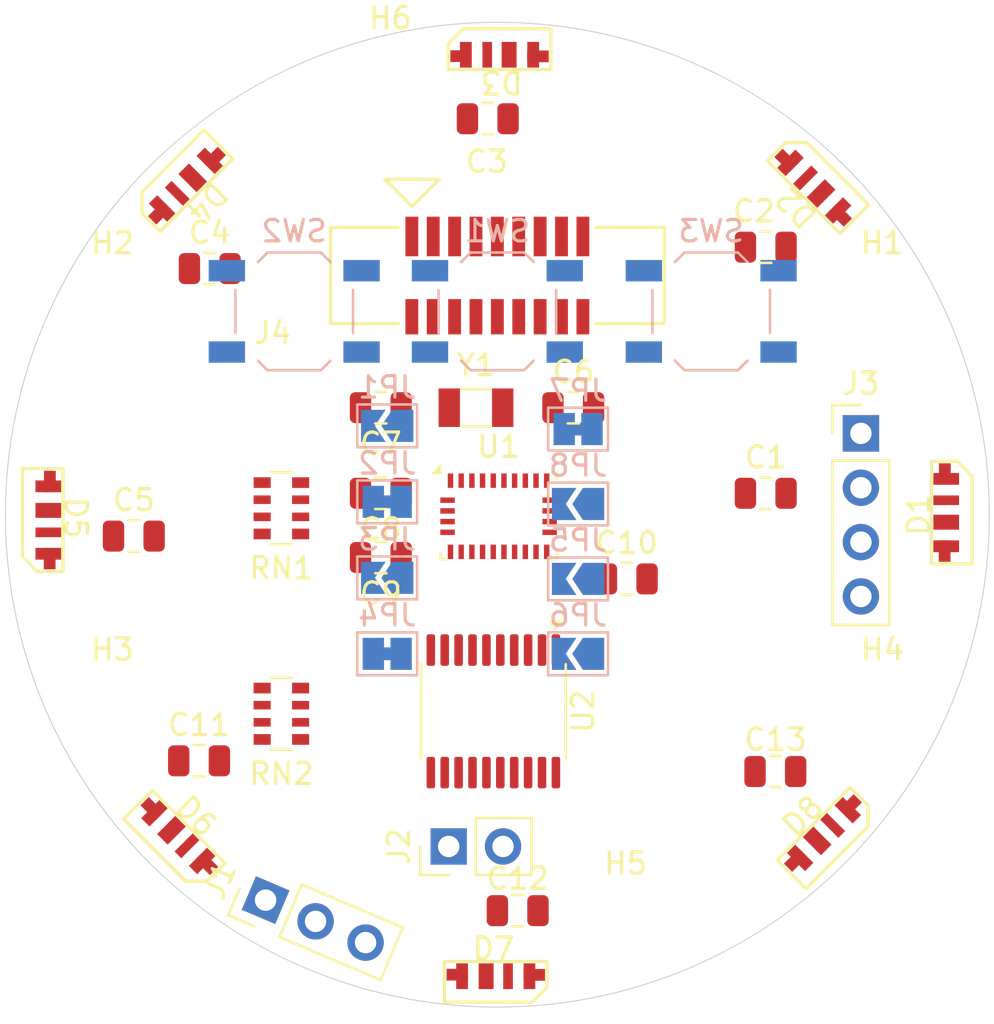
<source format=kicad_pcb>
(kicad_pcb (version 20240108) (generator "pcbnew") (generator_version "8.0")
  (layers (0 "F.Cu" signal) (31 "B.Cu" signal) (34 "B.Paste" user) (35 "F.Paste" user) (36 "B.SilkS" user "B.Silkscreen") (37 "F.SilkS" user "F.Silkscreen") (38 "B.Mask" user) (39 "F.Mask" user) (44 "Edge.Cuts" user))
  (net 0 "")
  (net 1 "VSS")
  (net 2 "Net-(U1-XOUT32{slash}CLKSEL1)")
  (net 3 "Net-(U1-XIN32)")
  (net 4 "VCC")
  (net 5 "Net-(U1-CAP)")
  (net 6 "Net-(D1-DOUT)")
  (net 7 "Net-(D2-DOUT)")
  (net 8 "PC6")
  (net 9 "Net-(D5-DOUT)")
  (net 10 "Net-(D6-DOUT)")
  (net 11 "Net-(D7-DOUT)")
  (net 12 "SWIO")
  (net 13 "PC3")
  (net 14 "PC4")
  (net 15 "SDA")
  (net 16 "SCL")
  (net 17 "Net-(J3-Pin_3)")
  (net 18 "Net-(J3-Pin_4)")
  (net 19 "CLK")
  (net 20 "MISO")
  (net 21 "ClkSel")
  (net 22 "Env_SCL")
  (net 23 "Env_SDA")
  (net 24 "Boot85")
  (net 25 "PS1")
  (net 28 "PD5")
  (net 29 "PD6")
  (net 30 "PD7")
  (net 37 "CS")
  (net 38 "NRST")
  (net 40 "IntN")
  (net 42 "MOSI")
  (net 44 "PS0")
  (net 49 "Net-(D3-DOUT)")
  (net 50 "Net-(D4-DOUT)")
  (footprint "Capacitor_SMD:C_0805_2012Metric" (layer "F.Cu") (at 150.55 93)
    (property "Reference" "C1" (at 0 -1.68 360) (layer "F.SilkS"))
    (property "Value" "100nF")
    (fp_line (start -0.261252 -0.735) (end 0.261252 -0.735) (stroke (width 0.12)) (layer "F.SilkS"))
    (fp_line (start -0.261252 0.735) (end 0.261252 0.735) (stroke (width 0.12)) (layer "F.SilkS"))
    (pad "1" smd roundrect (at -0.95 0) (size 1 1.45) (layers "F.Cu" "F.Paste" "F.Mask") (net 1 "VSS"))
    (pad "2" smd roundrect (at 0.95 0) (size 1 1.45) (layers "F.Cu" "F.Paste" "F.Mask") (net 4 "VCC"))
  )
  (footprint "MountingHole:MountingHole_2.2mm_M2" (layer "F.Cu") (at 133 74)
    (property "Reference" "H6" (at 0 -3.2 0) (layer "F.SilkS"))
    (property "Value" "MountingHole")
    (pad "" np_thru_hole circle (at 0 0) (size 2.2 2.2) (drill 2.2) (layers "*.Cu" "*.Mask"))
  )
  (footprint "Capacitor_SMD:C_0805_2012Metric" (layer "F.Cu") (at 137.55 75.5)
    (property "Reference" "C3" (at -0.05 2 0) (layer "F.SilkS"))
    (property "Value" "100nF")
    (fp_line (start -0.261252 -0.735) (end 0.261252 -0.735) (stroke (width 0.12)) (layer "F.SilkS"))
    (fp_line (start -0.261252 0.735) (end 0.261252 0.735) (stroke (width 0.12)) (layer "F.SilkS"))
    (pad "1" smd roundrect (at -0.95 0) (size 1 1.45) (layers "F.Cu" "F.Paste" "F.Mask") (net 1 "VSS"))
    (pad "2" smd roundrect (at 0.95 0) (size 1 1.45) (layers "F.Cu" "F.Paste" "F.Mask") (net 4 "VCC"))
  )
  (footprint "UL_LED:SK6812SIDE-A-RVS" (layer "F.Cu") (at 138.2 72.5 180)
    (property "Reference" "D3" (at 0 -1.3 180) (layer "F.SilkS"))
    (property "Value" "WS2812B")
    (fp_line (start 2.5 0.5) (end 1.8 1.2) (stroke (width 0.15)) (layer "F.SilkS"))
    (fp_line (start 2.5 -0.7) (end 2.5 0.5) (stroke (width 0.15)) (layer "F.SilkS"))
    (fp_line (start 1.8 1.2) (end -2.3 1.2) (stroke (width 0.15)) (layer "F.SilkS"))
    (fp_line (start -2.3 1.2) (end -2.3 -0.7) (stroke (width 0.15)) (layer "F.SilkS"))
    (fp_line (start -2.3 -0.7) (end 2.5 -0.7) (stroke (width 0.15)) (layer "F.SilkS"))
    (pad "1" smd rect (at -1.7 -0.085 180) (size 1 0.55) (layers "F.Cu" "F.Paste" "F.Mask") (net 11 "Net-(D7-DOUT)"))
    (pad "1" smd rect (at -1.475 -0.01 180) (size 0.55 1.2) (layers "F.Cu" "F.Paste" "F.Mask") (net 11 "Net-(D7-DOUT)"))
    (pad "2" smd rect (at -0.35 -0.01 180) (size 0.7 1.2) (layers "F.Cu" "F.Paste" "F.Mask") (net 4 "VCC"))
    (pad "3" smd rect (at 0.675 -0.01 180) (size 0.45 1.2) (layers "F.Cu" "F.Paste" "F.Mask"))
    (pad "4" smd rect (at 1.675 -0.01 180) (size 0.55 1.2) (layers "F.Cu" "F.Paste" "F.Mask") (net 1 "VSS"))
    (pad "4" smd rect (at 1.9 -0.075 180) (size 1 0.55) (layers "F.Cu" "F.Paste" "F.Mask") (net 1 "VSS"))
  )
  (footprint "Capacitor_SMD:C_0805_2012Metric" (layer "F.Cu") (at 132.55 93 180)
    (property "Reference" "C8" (at 0 -1.68 180) (layer "F.SilkS"))
    (property "Value" "100nF")
    (fp_line (start -0.261252 0.735) (end 0.261252 0.735) (stroke (width 0.12)) (layer "F.SilkS"))
    (fp_line (start -0.261252 -0.735) (end 0.261252 -0.735) (stroke (width 0.12)) (layer "F.SilkS"))
    (pad "1" smd roundrect (at -0.95 0 180) (size 1 1.45) (layers "F.Cu" "F.Paste" "F.Mask") (net 4 "VCC"))
    (pad "2" smd roundrect (at 0.95 0 180) (size 1 1.45) (layers "F.Cu" "F.Paste" "F.Mask") (net 1 "VSS"))
  )
  (footprint "UL_LED:SK6812SIDE-A-RVS" (layer "F.Cu") (at 153.20953 109 45)
    (property "Reference" "D8" (at 0 -1.3 45) (layer "F.SilkS"))
    (property "Value" "WS2812B")
    (fp_line (start -2.3 -0.7) (end 2.5 -0.7) (stroke (width 0.15)) (layer "F.SilkS"))
    (fp_line (start -2.3 1.200001) (end -2.3 -0.7) (stroke (width 0.15)) (layer "F.SilkS"))
    (fp_line (start 2.5 -0.7) (end 2.5 0.499999) (stroke (width 0.15)) (layer "F.SilkS"))
    (fp_line (start 2.5 0.499999) (end 1.8 1.2) (stroke (width 0.15)) (layer "F.SilkS"))
    (fp_line (start 1.8 1.2) (end -2.3 1.200001) (stroke (width 0.15)) (layer "F.SilkS"))
    (pad "1" smd rect (at -1.7 -0.085001 45) (size 1 0.55) (layers "F.Cu" "F.Paste" "F.Mask") (net 50 "Net-(D4-DOUT)"))
    (pad "1" smd rect (at -1.475 -0.010001 45) (size 0.55 1.2) (layers "F.Cu" "F.Paste" "F.Mask") (net 50 "Net-(D4-DOUT)"))
    (pad "2" smd rect (at -0.349999 -0.01 45) (size 0.7 1.2) (layers "F.Cu" "F.Paste" "F.Mask") (net 4 "VCC"))
    (pad "3" smd rect (at 0.675 -0.01 45) (size 0.45 1.2) (layers "F.Cu" "F.Paste" "F.Mask") (net 9 "Net-(D5-DOUT)"))
    (pad "4" smd rect (at 1.675 -0.01 45) (size 0.55 1.2) (layers "F.Cu" "F.Paste" "F.Mask") (net 1 "VSS"))
    (pad "4" smd rect (at 1.9 -0.075 45) (size 1 0.55) (layers "F.Cu" "F.Paste" "F.Mask") (net 1 "VSS"))
  )
  (footprint "MountingHole:MountingHole_2.2mm_M2" (layer "F.Cu") (at 144 113.5)
    (property "Reference" "H5" (at 0 -3.2 0) (layer "F.SilkS"))
    (property "Value" "MountingHole")
    (pad "" np_thru_hole circle (at 0 0) (size 2.2 2.2) (drill 2.2) (layers "*.Cu" "*.Mask"))
  )
  (footprint "UL_LED:SK6812SIDE-A-RVS" (layer "F.Cu") (at 116.99 94.15 -90)
    (property "Reference" "D5" (at 0 -1.3 -90) (layer "F.SilkS"))
    (property "Value" "WS2812B")
    (fp_line (start -2.3 1.2) (end -2.3 -0.7) (stroke (width 0.15)) (layer "F.SilkS"))
    (fp_line (start 1.8 1.2) (end -2.3 1.2) (stroke (width 0.15)) (layer "F.SilkS"))
    (fp_line (start 2.5 0.5) (end 1.8 1.2) (stroke (width 0.15)) (layer "F.SilkS"))
    (fp_line (start -2.3 -0.7) (end 2.5 -0.7) (stroke (width 0.15)) (layer "F.SilkS"))
    (fp_line (start 2.5 -0.7) (end 2.5 0.5) (stroke (width 0.15)) (layer "F.SilkS"))
    (pad "1" smd rect (at -1.7 -0.085 270) (size 1 0.55) (layers "F.Cu" "F.Paste" "F.Mask") (net 6 "Net-(D1-DOUT)"))
    (pad "1" smd rect (at -1.475 -0.01 270) (size 0.55 1.2) (layers "F.Cu" "F.Paste" "F.Mask") (net 6 "Net-(D1-DOUT)"))
    (pad "2" smd rect (at -0.35 -0.01 270) (size 0.7 1.2) (layers "F.Cu" "F.Paste" "F.Mask") (net 4 "VCC"))
    (pad "3" smd rect (at 0.675 -0.01 270) (size 0.45 1.2) (layers "F.Cu" "F.Paste" "F.Mask") (net 7 "Net-(D2-DOUT)"))
    (pad "4" smd rect (at 1.675 -0.01 270) (size 0.55 1.2) (layers "F.Cu" "F.Paste" "F.Mask") (net 1 "VSS"))
    (pad "4" smd rect (at 1.9 -0.075 270) (size 1 0.55) (layers "F.Cu" "F.Paste" "F.Mask") (net 1 "VSS"))
  )
  (footprint "UL_LED:SK6812SIDE-A-RVS" (layer "F.Cu") (at 152.896536 78.737814 135)
    (property "Reference" "D2" (at 0 -1.3 135) (layer "F.SilkS"))
    (property "Value" "WS2812B")
    (fp_line (start 2.5 -0.7) (end 2.5 0.499999) (stroke (width 0.15)) (layer "F.SilkS"))
    (fp_line (start 2.5 0.499999) (end 1.8 1.2) (stroke (width 0.15)) (layer "F.SilkS"))
    (fp_line (start 1.8 1.2) (end -2.3 1.200001) (stroke (width 0.15)) (layer "F.SilkS"))
    (fp_line (start -2.3 -0.7) (end 2.5 -0.7) (stroke (width 0.15)) (layer "F.SilkS"))
    (fp_line (start -2.3 1.200001) (end -2.3 -0.7) (stroke (width 0.15)) (layer "F.SilkS"))
    (pad "1" smd rect (at -1.7 -0.085001 135) (size 1 0.55) (layers "F.Cu" "F.Paste" "F.Mask") (net 10 "Net-(D6-DOUT)"))
    (pad "1" smd rect (at -1.475 -0.010001 135) (size 0.55 1.2) (layers "F.Cu" "F.Paste" "F.Mask") (net 10 "Net-(D6-DOUT)"))
    (pad "2" smd rect (at -0.349999 -0.01 135) (size 0.7 1.2) (layers "F.Cu" "F.Paste" "F.Mask") (net 4 "VCC"))
    (pad "3" smd rect (at 0.675 -0.01 135) (size 0.45 1.2) (layers "F.Cu" "F.Paste" "F.Mask") (net 11 "Net-(D7-DOUT)"))
    (pad "4" smd rect (at 1.675 -0.01 135) (size 0.55 1.2) (layers "F.Cu" "F.Paste" "F.Mask") (net 1 "VSS"))
    (pad "4" smd rect (at 1.9 -0.075 135) (size 1 0.55) (layers "F.Cu" "F.Paste" "F.Mask") (net 1 "VSS"))
  )
  (footprint "GaussMouse:CON_526100933_MOL" (layer "F.Cu") (at 137.999984 82.825)
    (property "Reference" "J4" (at -10.499984 2.675 0) (layer "F.SilkS"))
    (property "Value" "Conn_01x09" (hide yes))
    (fp_line (start -7.799984 -2.250001) (end -4.620025 -2.250001) (stroke (width 0.1524)) (layer "F.SilkS"))
    (fp_line (start -7.799984 2.250001) (end -7.799984 -2.250001) (stroke (width 0.1524)) (layer "F.SilkS"))
    (fp_line (start -7.799984 2.250001) (end -4.620025 2.250001) (stroke (width 0.1524)) (layer "F.SilkS"))
    (fp_line (start -3.989984 -3.230001) (end -5.259984 -4.500001) (stroke (width 0.1524)) (layer "F.SilkS"))
    (fp_line (start -3.989984 -3.230001) (end -2.719984 -4.500001) (stroke (width 0.1524)) (layer "F.SilkS"))
    (fp_line (start -2.719984 -4.500001) (end -5.259984 -4.500001) (stroke (width 0.1524)) (layer "F.SilkS"))
    (fp_line (start 4.620056 -2.250001) (end 7.799984 -2.250001) (stroke (width 0.1524)) (layer "F.SilkS"))
    (fp_line (start 4.620056 2.250001) (end 7.799984 2.250001) (stroke (width 0.1524)) (layer "F.SilkS"))
    (fp_line (start 7.799984 -2.250001) (end 7.799984 2.250001) (stroke (width 0.1524)) (layer "F.SilkS"))
    (pad "1A" smd rect (at -3.999985 -1.825) (size 0.6 1.85) (layers "F.Cu" "F.Paste" "F.Mask"))
    (pad "1B" smd rect (at -3.999985 1.925) (size 0.6 1.65) (layers "F.Cu" "F.Paste" "F.Mask"))
    (pad "2A" smd rect (at -2.999984 -1.825) (size 0.6 1.85) (layers "F.Cu" "F.Paste" "F.Mask"))
    (pad "2B" smd rect (at -2.999984 1.925) (size 0.6 1.65) (layers "F.Cu" "F.Paste" "F.Mask"))
    (pad "3A" smd rect (at -1.999984 -1.825) (size 0.6 1.85) (layers "F.Cu" "F.Paste" "F.Mask"))
    (pad "3B" smd rect (at -1.999984 1.925) (size 0.6 1.65) (layers "F.Cu" "F.Paste" "F.Mask"))
    (pad "4A" smd rect (at -0.999984 -1.825) (size 0.6 1.85) (layers "F.Cu" "F.Paste" "F.Mask"))
    (pad "4B" smd rect (at -0.999984 1.925) (size 0.6 1.65) (layers "F.Cu" "F.Paste" "F.Mask"))
    (pad "5A" smd rect (at 0 -1.825) (size 0.6 1.85) (layers "F.Cu" "F.Paste" "F.Mask"))
    (pad "5B" smd rect (at 0 1.925) (size 0.6 1.65) (layers "F.Cu" "F.Paste" "F.Mask"))
    (pad "6A" smd rect (at 1.000016 -1.825) (size 0.6 1.85) (layers "F.Cu" "F.Paste" "F.Mask"))
    (pad "6B" smd rect (at 1.000016 1.925) (size 0.6 1.65) (layers "F.Cu" "F.Paste" "F.Mask"))
    (pad "7A" smd rect (at 2.000016 -1.825) (size 0.6 1.85) (layers "F.Cu" "F.Paste" "F.Mask"))
    (pad "7B" smd rect (at 2.000016 1.925) (size 0.6 1.65) (layers "F.Cu" "F.Paste" "F.Mask"))
    (pad "8A" smd rect (at 3.000016 -1.825) (size 0.6 1.85) (layers "F.Cu" "F.Paste" "F.Mask"))
    (pad "8B" smd rect (at 3.000016 1.925) (size 0.6 1.65) (layers "F.Cu" "F.Paste" "F.Mask"))
    (pad "9A" smd rect (at 4.000016 -1.825) (size 0.6 1.85) (layers "F.Cu" "F.Paste" "F.Mask"))
    (pad "9B" smd rect (at 4.000016 1.925) (size 0.6 1.65) (layers "F.Cu" "F.Paste" "F.Mask"))
  )
  (footprint "UL_LED:SK6812SIDE-A-RVS" (layer "F.Cu") (at 137.825 115.575)
    (property "Reference" "D7" (at 0 -1.3 0) (layer "F.SilkS"))
    (property "Value" "WS2812B")
    (fp_line (start -2.3 -0.7) (end 2.5 -0.7) (stroke (width 0.15)) (layer "F.SilkS"))
    (fp_line (start -2.3 1.2) (end -2.3 -0.7) (stroke (width 0.15)) (layer "F.SilkS"))
    (fp_line (start 1.8 1.2) (end -2.3 1.2) (stroke (width 0.15)) (layer "F.SilkS"))
    (fp_line (start 2.5 -0.7) (end 2.5 0.5) (stroke (width 0.15)) (layer "F.SilkS"))
    (fp_line (start 2.5 0.5) (end 1.8 1.2) (stroke (width 0.15)) (layer "F.SilkS"))
    (pad "1" smd rect (at -1.7 -0.085) (size 1 0.55) (layers "F.Cu" "F.Paste" "F.Mask") (net 49 "Net-(D3-DOUT)"))
    (pad "1" smd rect (at -1.475 -0.01) (size 0.55 1.2) (layers "F.Cu" "F.Paste" "F.Mask") (net 49 "Net-(D3-DOUT)"))
    (pad "2" smd rect (at -0.35 -0.01) (size 0.7 1.2) (layers "F.Cu" "F.Paste" "F.Mask") (net 4 "VCC"))
    (pad "3" smd rect (at 0.675 -0.01) (size 0.45 1.2) (layers "F.Cu" "F.Paste" "F.Mask") (net 50 "Net-(D4-DOUT)"))
    (pad "4" smd rect (at 1.675 -0.01) (size 0.55 1.2) (layers "F.Cu" "F.Paste" "F.Mask") (net 1 "VSS"))
    (pad "4" smd rect (at 1.9 -0.075) (size 1 0.55) (layers "F.Cu" "F.Paste" "F.Mask") (net 1 "VSS"))
  )
  (footprint "Capacitor_SMD:C_0805_2012Metric" (layer "F.Cu") (at 150.55 81.5)
    (property "Reference" "C2" (at -0.55 -1.68 0) (layer "F.SilkS"))
    (property "Value" "100nF")
    (fp_line (start -0.261252 -0.735) (end 0.261252 -0.735) (stroke (width 0.12)) (layer "F.SilkS"))
    (fp_line (start -0.261252 0.735) (end 0.261252 0.735) (stroke (width 0.12)) (layer "F.SilkS"))
    (pad "1" smd roundrect (at -0.95 0) (size 1 1.45) (layers "F.Cu" "F.Paste" "F.Mask") (net 1 "VSS"))
    (pad "2" smd roundrect (at 0.95 0) (size 1 1.45) (layers "F.Cu" "F.Paste" "F.Mask") (net 4 "VCC"))
  )
  (footprint "Connector_PinHeader_2.54mm:PinHeader_1x04_P2.54mm_Vertical" (layer "F.Cu") (at 155 90.2)
    (property "Reference" "J3" (at 0 -2.33 0) (layer "F.SilkS"))
    (property "Value" "OledDisplay")
    (fp_line (start -1.33 -1.33) (end 0 -1.33) (stroke (width 0.12)) (layer "F.SilkS"))
    (fp_line (start -1.33 0) (end -1.33 -1.33) (stroke (width 0.12)) (layer "F.SilkS"))
    (fp_line (start -1.33 1.27) (end -1.33 8.95) (stroke (width 0.12)) (layer "F.SilkS"))
    (fp_line (start -1.33 1.27) (end 1.33 1.27) (stroke (width 0.12)) (layer "F.SilkS"))
    (fp_line (start -1.33 8.95) (end 1.33 8.95) (stroke (width 0.12)) (layer "F.SilkS"))
    (fp_line (start 1.33 1.27) (end 1.33 8.95) (stroke (width 0.12)) (layer "F.SilkS"))
    (pad "1" thru_hole rect (at 0 0) (size 1.7 1.7) (drill 1) (layers "*.Cu" "*.Mask") (net 15 "SDA"))
    (pad "2" thru_hole oval (at 0 2.54) (size 1.7 1.7) (drill 1) (layers "*.Cu" "*.Mask") (net 16 "SCL"))
    (pad "3" thru_hole oval (at 0 5.08) (size 1.7 1.7) (drill 1) (layers "*.Cu" "*.Mask") (net 17 "Net-(J3-Pin_3)"))
    (pad "4" thru_hole oval (at 0 7.62) (size 1.7 1.7) (drill 1) (layers "*.Cu" "*.Mask") (net 18 "Net-(J3-Pin_4)"))
  )
  (footprint "MountingHole:MountingHole_2.2mm_M2" (layer "F.Cu") (at 156 103.5)
    (property "Reference" "H4" (at 0 -3.2 0) (layer "F.SilkS"))
    (property "Value" "MountingHole")
    (pad "" np_thru_hole circle (at 0 0) (size 2.2 2.2) (drill 2.2) (layers "*.Cu" "*.Mask"))
  )
  (footprint "Capacitor_SMD:C_0805_2012Metric" (layer "F.Cu") (at 144.05 97)
    (property "Reference" "C10" (at 0 -1.68 0) (layer "F.SilkS"))
    (property "Value" "100nF")
    (fp_line (start -0.261252 -0.735) (end 0.261252 -0.735) (stroke (width 0.12)) (layer "F.SilkS"))
    (fp_line (start -0.261252 0.735) (end 0.261252 0.735) (stroke (width 0.12)) (layer "F.SilkS"))
    (pad "1" smd roundrect (at -0.95 0) (size 1 1.45) (layers "F.Cu" "F.Paste" "F.Mask") (net 5 "Net-(U1-CAP)"))
    (pad "2" smd roundrect (at 0.95 0) (size 1 1.45) (layers "F.Cu" "F.Paste" "F.Mask") (net 1 "VSS"))
  )
  (footprint "UL_LED:SK6812SIDE-A-RVS" (layer "F.Cu") (at 123.5 78.5 -135)
    (property "Reference" "D4" (at 0 -1.3 -135) (layer "F.SilkS"))
    (property "Value" "WS2812B")
    (fp_line (start 1.8 1.2) (end -2.3 1.200001) (stroke (width 0.15)) (layer "F.SilkS"))
    (fp_line (start 2.5 0.499999) (end 1.8 1.2) (stroke (width 0.15)) (layer "F.SilkS"))
    (fp_line (start 2.5 -0.7) (end 2.5 0.499999) (stroke (width 0.15)) (layer "F.SilkS"))
    (fp_line (start -2.3 1.200001) (end -2.3 -0.7) (stroke (width 0.15)) (layer "F.SilkS"))
    (fp_line (start -2.3 -0.7) (end 2.5 -0.7) (stroke (width 0.15)) (layer "F.SilkS"))
    (pad "1" smd rect (at -1.7 -0.085001 225) (size 1 0.55) (layers "F.Cu" "F.Paste" "F.Mask") (net 8 "PC6"))
    (pad "1" smd rect (at -1.475 -0.010001 225) (size 0.55 1.2) (layers "F.Cu" "F.Paste" "F.Mask") (net 8 "PC6"))
    (pad "2" smd rect (at -0.349999 -0.01 225) (size 0.7 1.2) (layers "F.Cu" "F.Paste" "F.Mask") (net 4 "VCC"))
    (pad "3" smd rect (at 0.675 -0.01 225) (size 0.45 1.2) (layers "F.Cu" "F.Paste" "F.Mask") (net 6 "Net-(D1-DOUT)"))
    (pad "4" smd rect (at 1.675 -0.01 225) (size 0.55 1.2) (layers "F.Cu" "F.Paste" "F.Mask") (net 1 "VSS"))
    (pad "4" smd rect (at 1.9 -0.075 225) (size 1 0.55) (layers "F.Cu" "F.Paste" "F.Mask") (net 1 "VSS"))
  )
  (footprint "Capacitor_SMD:C_0805_2012Metric" (layer "F.Cu") (at 151 106 180)
    (property "Reference" "C13" (at 0 1.5 180) (layer "F.SilkS"))
    (property "Value" "100nF")
    (fp_line (start -0.261252 0.735) (end 0.261252 0.735) (stroke (width 0.12)) (layer "F.SilkS"))
    (fp_line (start -0.261252 -0.735) (end 0.261252 -0.735) (stroke (width 0.12)) (layer "F.SilkS"))
    (pad "1" smd roundrect (at -0.95 0 180) (size 1 1.45) (layers "F.Cu" "F.Paste" "F.Mask") (net 1 "VSS"))
    (pad "2" smd roundrect (at 0.95 0 180) (size 1 1.45) (layers "F.Cu" "F.Paste" "F.Mask") (net 4 "VCC"))
  )
  (footprint "Capacitor_SMD:C_0805_2012Metric" (layer "F.Cu") (at 121 95)
    (property "Reference" "C5" (at 0 -1.68 0) (layer "F.SilkS"))
    (property "Value" "100nF")
    (fp_line (start -0.261252 -0.735) (end 0.261252 -0.735) (stroke (width 0.12)) (layer "F.SilkS"))
    (fp_line (start -0.261252 0.735) (end 0.261252 0.735) (stroke (width 0.12)) (layer "F.SilkS"))
    (pad "1" smd roundrect (at -0.95 0) (size 1 1.45) (layers "F.Cu" "F.Paste" "F.Mask") (net 1 "VSS"))
    (pad "2" smd roundrect (at 0.95 0) (size 1 1.45) (layers "F.Cu" "F.Paste" "F.Mask") (net 4 "VCC"))
  )
  (footprint "Resistor_SMD:R_Array_Convex_4x0603" (layer "F.Cu") (at 127.9 103.3 180)
    (property "Reference" "RN2" (at 0 -2.8 180) (layer "F.SilkS"))
    (property "Value" "10k")
    (fp_line (start 0.5 1.68) (end -0.5 1.68) (stroke (width 0.12)) (layer "F.SilkS"))
    (fp_line (start 0.5 -1.68) (end -0.5 -1.68) (stroke (width 0.12)) (layer "F.SilkS"))
    (pad "1" smd rect (at -0.9 -1.2 180) (size 0.8 0.5) (layers "F.Cu" "F.Paste" "F.Mask") (net 15 "SDA"))
    (pad "2" smd rect (at -0.9 -0.4 180) (size 0.8 0.4) (layers "F.Cu" "F.Paste" "F.Mask") (net 16 "SCL"))
    (pad "3" smd rect (at -0.9 0.4 180) (size 0.8 0.4) (layers "F.Cu" "F.Paste" "F.Mask"))
    (pad "4" smd rect (at -0.9 1.2 180) (size 0.8 0.5) (layers "F.Cu" "F.Paste" "F.Mask"))
    (pad "5" smd rect (at 0.9 1.2 180) (size 0.8 0.5) (layers "F.Cu" "F.Paste" "F.Mask") (net 4 "VCC"))
    (pad "6" smd rect (at 0.9 0.4 180) (size 0.8 0.4) (layers "F.Cu" "F.Paste" "F.Mask") (net 4 "VCC"))
    (pad "7" smd rect (at 0.9 -0.4 180) (size 0.8 0.4) (layers "F.Cu" "F.Paste" "F.Mask") (net 4 "VCC"))
    (pad "8" smd rect (at 0.9 -1.2 180) (size 0.8 0.5) (layers "F.Cu" "F.Paste" "F.Mask") (net 4 "VCC"))
  )
  (footprint "Capacitor_SMD:C_0805_2012Metric" (layer "F.Cu") (at 138.95 112.5 180)
    (property "Reference" "C12" (at 0 1.5 180) (layer "F.SilkS"))
    (property "Value" "100nF")
    (fp_line (start -0.261252 0.735) (end 0.261252 0.735) (stroke (width 0.12)) (layer "F.SilkS"))
    (fp_line (start -0.261252 -0.735) (end 0.261252 -0.735) (stroke (width 0.12)) (layer "F.SilkS"))
    (pad "1" smd roundrect (at -0.95 0 180) (size 1 1.45) (layers "F.Cu" "F.Paste" "F.Mask") (net 1 "VSS"))
    (pad "2" smd roundrect (at 0.95 0 180) (size 1 1.45) (layers "F.Cu" "F.Paste" "F.Mask") (net 4 "VCC"))
  )
  (footprint "MountingHole:MountingHole_2.2mm_M2" (layer "F.Cu") (at 120 103.5)
    (property "Reference" "H3" (at 0 -3.2 0) (layer "F.SilkS"))
    (property "Value" "MountingHole")
    (pad "" np_thru_hole circle (at 0 0) (size 2.2 2.2) (drill 2.2) (layers "*.Cu" "*.Mask"))
  )
  (footprint "Capacitor_SMD:C_0805_2012Metric" (layer "F.Cu") (at 124.55 82.5)
    (property "Reference" "C4" (at 0 -1.68 0) (layer "F.SilkS"))
    (property "Value" "100nF")
    (fp_line (start -0.261252 -0.735) (end 0.261252 -0.735) (stroke (width 0.12)) (layer "F.SilkS"))
    (fp_line (start -0.261252 0.735) (end 0.261252 0.735) (stroke (width 0.12)) (layer "F.SilkS"))
    (pad "1" smd roundrect (at -0.95 0) (size 1 1.45) (layers "F.Cu" "F.Paste" "F.Mask") (net 1 "VSS"))
    (pad "2" smd roundrect (at 0.95 0) (size 1 1.45) (layers "F.Cu" "F.Paste" "F.Mask") (net 4 "VCC"))
  )
  (footprint "Crystal:Crystal_SMD_3215-2Pin_3.2x1.5mm" (layer "F.Cu") (at 137 89)
    (property "Reference" "Y1" (at 0 -2 0) (layer "F.SilkS"))
    (property "Value" "Crystal_Small")
    (fp_line (start -0.675 -0.875) (end 0.675 -0.875) (stroke (width 0.12)) (layer "F.SilkS"))
    (fp_line (start -0.675 0.875) (end 0.675 0.875) (stroke (width 0.12)) (layer "F.SilkS"))
    (pad "1" smd rect (at 1.25 0) (size 1 1.8) (layers "F.Cu" "F.Paste" "F.Mask") (net 2 "Net-(U1-XOUT32{slash}CLKSEL1)"))
    (pad "2" smd rect (at -1.25 0) (size 1 1.8) (layers "F.Cu" "F.Paste" "F.Mask") (net 3 "Net-(U1-XIN32)"))
  )
  (footprint "UL_LED:SK6812SIDE-A-RVS" (layer "F.Cu") (at 159 94 90)
    (property "Reference" "D1" (at 0 -1.3 90) (layer "F.SilkS"))
    (property "Value" "WS2812B")
    (fp_line (start 2.5 -0.7) (end 2.5 0.5) (stroke (width 0.15)) (layer "F.SilkS"))
    (fp_line (start -2.3 -0.7) (end 2.5 -0.7) (stroke (width 0.15)) (layer "F.SilkS"))
    (fp_line (start 2.5 0.5) (end 1.8 1.2) (stroke (width 0.15)) (layer "F.SilkS"))
    (fp_line (start 1.8 1.2) (end -2.3 1.2) (stroke (width 0.15)) (layer "F.SilkS"))
    (fp_line (start -2.3 1.2) (end -2.3 -0.7) (stroke (width 0.15)) (layer "F.SilkS"))
    (pad "1" smd rect (at -1.7 -0.085 90) (size 1 0.55) (layers "F.Cu" "F.Paste" "F.Mask") (net 9 "Net-(D5-DOUT)"))
    (pad "1" smd rect (at -1.475 -0.01 90) (size 0.55 1.2) (layers "F.Cu" "F.Paste" "F.Mask") (net 9 "Net-(D5-DOUT)"))
    (pad "2" smd rect (at -0.35 -0.01 90) (size 0.7 1.2) (layers "F.Cu" "F.Paste" "F.Mask") (net 4 "VCC"))
    (pad "3" smd rect (at 0.675 -0.01 90) (size 0.45 1.2) (layers "F.Cu" "F.Paste" "F.Mask") (net 10 "Net-(D6-DOUT)"))
    (pad "4" smd rect (at 1.675 -0.01 90) (size 0.55 1.2) (layers "F.Cu" "F.Paste" "F.Mask") (net 1 "VSS"))
    (pad "4" smd rect (at 1.9 -0.075 90) (size 1 0.55) (layers "F.Cu" "F.Paste" "F.Mask") (net 1 "VSS"))
  )
  (footprint "Capacitor_SMD:C_0805_2012Metric" (layer "F.Cu") (at 141.55 89)
    (property "Reference" "C6" (at 0 -1.68 0) (layer "F.SilkS"))
    (property "Value" "22pF")
    (fp_line (start -0.261252 -0.735) (end 0.261252 -0.735) (stroke (width 0.12)) (layer "F.SilkS"))
    (fp_line (start -0.261252 0.735) (end 0.261252 0.735) (stroke (width 0.12)) (layer "F.SilkS"))
    (pad "1" smd roundrect (at -0.95 0) (size 1 1.45) (layers "F.Cu" "F.Paste" "F.Mask") (net 2 "Net-(U1-XOUT32{slash}CLKSEL1)"))
    (pad "2" smd roundrect (at 0.95 0) (size 1 1.45) (layers "F.Cu" "F.Paste" "F.Mask") (net 1 "VSS"))
  )
  (footprint "Package_LGA:LGA-28_5.2x3.8mm_P0.5mm" (layer "F.Cu") (at 138.0575 94.0725)
    (property "Reference" "U1" (at 0 -3.25 0) (layer "F.SilkS"))
    (property "Value" "BNO085")
    (fp_line (start -2.71 2.01) (end -2.71 1.75) (stroke (width 0.12)) (layer "F.SilkS"))
    (fp_line (start -2.71 2.01) (end -2.45 2.01) (stroke (width 0.12)) (layer "F.SilkS"))
    (fp_line (start 2.71 -2.01) (end 2.45 -2.01) (stroke (width 0.12)) (layer "F.SilkS"))
    (fp_line (start 2.71 -2.01) (end 2.71 -1.75) (stroke (width 0.12)) (layer "F.SilkS"))
    (fp_line (start 2.71 2.01) (end 2.45 2.01) (stroke (width 0.12)) (layer "F.SilkS"))
    (fp_line (start 2.71 2.01) (end 2.71 1.75) (stroke (width 0.12)) (layer "F.SilkS"))
    (fp_poly (pts (xy -2.71 -2.01) (xy -3.07 -2.01) (xy -2.71 -2.37) (xy -2.71 -2.01)) (stroke (width 0.1)) (fill solid) (layer "F.SilkS"))
    (pad "1" smd rect (at -2.25 -1.6625) (size 0.254 0.675) (layers "F.Cu" "F.Paste" "F.Mask"))
    (pad "2" smd rect (at -2.3875 -0.75 90) (size 0.254 0.675) (layers "F.Cu" "F.Paste" "F.Mask") (net 1 "VSS"))
    (pad "3" smd rect (at -2.3875 -0.25 90) (size 0.254 0.675) (layers "F.Cu" "F.Paste" "F.Mask") (net 4 "VCC"))
    (pad "4" smd rect (at -2.3875 0.25 90) (size 0.254 0.675) (layers "F.Cu" "F.Paste" "F.Mask") (net 24 "Boot85"))
    (pad "5" smd rect (at -2.3875 0.75 90) (size 0.254 0.675) (layers "F.Cu" "F.Paste" "F.Mask") (net 25 "PS1"))
    (pad "6" smd rect (at -2.25 1.6625) (size 0.254 0.675) (layers "F.Cu" "F.Paste" "F.Mask") (net 44 "PS0"))
    (pad "7" smd rect (at -1.75 1.6625) (size 0.254 0.675) (layers "F.Cu" "F.Paste" "F.Mask"))
    (pad "8" smd rect (at -1.25 1.6625) (size 0.254 0.675) (layers "F.Cu" "F.Paste" "F.Mask"))
    (pad "9" smd rect (at -0.75 1.6625) (size 0.254 0.675) (layers "F.Cu" "F.Paste" "F.Mask") (net 5 "Net-(U1-CAP)"))
    (pad "10" smd rect (at -0.25 1.6625) (size 0.254 0.675) (layers "F.Cu" "F.Paste" "F.Mask") (net 21 "ClkSel"))
    (pad "11" smd rect (at 0.25 1.6625) (size 0.254 0.675) (layers "F.Cu" "F.Paste" "F.Mask") (net 38 "NRST"))
    (pad "12" smd rect (at 0.75 1.6625) (size 0.254 0.675) (layers "F.Cu" "F.Paste" "F.Mask"))
    (pad "13" smd rect (at 1.25 1.6625) (size 0.254 0.675) (layers "F.Cu" "F.Paste" "F.Mask"))
    (pad "14" smd rect (at 1.75 1.6625) (size 0.254 0.675) (layers "F.Cu" "F.Paste" "F.Mask") (net 40 "IntN"))
    (pad "15" smd rect (at 2.25 1.6625) (size 0.254 0.675) (layers "F.Cu" "F.Paste" "F.Mask") (net 22 "Env_SCL"))
    (pad "16" smd rect (at 2.3875 0.75 90) (size 0.254 0.675) (layers "F.Cu" "F.Paste" "F.Mask") (net 23 "Env_SDA"))
    (pad "17" smd rect (at 2.3875 0.25 90) (size 0.254 0.675) (layers "F.Cu" "F.Paste" "F.Mask") (net 42 "MOSI"))
    (pad "18" smd rect (at 2.3875 -0.25 90) (size 0.254 0.675) (layers "F.Cu" "F.Paste" "F.Mask") (net 37 "CS"))
    (pad "19" smd rect (at 2.3875 -0.75 90) (size 0.254 0.675) (layers "F.Cu" "F.Paste" "F.Mask") (net 19 "CLK"))
    (pad "20" smd rect (at 2.25 -1.6625) (size 0.254 0.675) (layers "F.Cu" "F.Paste" "F.Mask") (net 20 "MISO"))
    (pad "21" smd rect (at 1.75 -1.6625) (size 0.254 0.675) (layers "F.Cu" "F.Paste" "F.Mask"))
    (pad "22" smd rect (at 1.25 -1.6625) (size 0.254 0.675) (layers "F.Cu" "F.Paste" "F.Mask"))
    (pad "23" smd rect (at 0.75 -1.6625) (size 0.254 0.675) (layers "F.Cu" "F.Paste" "F.Mask"))
    (pad "24" smd rect (at 0.25 -1.6625) (size 0.254 0.675) (layers "F.Cu" "F.Paste" "F.Mask"))
    (pad "25" smd rect (at -0.25 -1.6625) (size 0.254 0.675) (layers "F.Cu" "F.Paste" "F.Mask") (net 1 "VSS"))
    (pad "26" smd rect (at -0.75 -1.6625) (size 0.254 0.675) (layers "F.Cu" "F.Paste" "F.Mask") (net 2 "Net-(U1-XOUT32{slash}CLKSEL1)"))
    (pad "27" smd rect (at -1.25 -1.6625) (size 0.254 0.675) (layers "F.Cu" "F.Paste" "F.Mask") (net 3 "Net-(U1-XIN32)"))
    (pad "28" smd rect (at -1.75 -1.6625) (size 0.254 0.675) (layers "F.Cu" "F.Paste" "F.Mask") (net 4 "VCC"))
  )
  (footprint "Package_SO:TSSOP-20_4.4x6.5mm_P0.65mm" (layer "F.Cu") (at 137.8125 103.1875 -90)
    (property "Reference" "U2" (at 0 -4.2 90) (layer "F.SilkS"))
    (property "Value" "CH32V003F4P6")
    (fp_line (start 0 3.385) (end -2.2 3.385) (stroke (width 0.12)) (layer "F.SilkS"))
    (fp_line (start 0 3.385) (end 2.2 3.385) (stroke (width 0.12)) (layer "F.SilkS"))
    (fp_line (start 0 -3.385) (end -2.2 -3.385) (stroke (width 0.12)) (layer "F.SilkS"))
    (fp_line (start 0 -3.385) (end 2.2 -3.385) (stroke (width 0.12)) (layer "F.SilkS"))
    (fp_poly (pts (xy -3.86 -2.925) (xy -4.19 -3.165) (xy -4.19 -2.685) (xy -3.86 -2.925)) (stroke (width 0.12)) (fill solid) (layer "F.SilkS"))
    (pad "1" smd roundrect (at -2.8625 -2.925 270) (size 1.475 0.4) (layers "F.Cu" "F.Paste" "F.Mask") (net 37 "CS"))
    (pad "2" smd roundrect (at -2.8625 -2.275 270) (size 1.475 0.4) (layers "F.Cu" "F.Paste" "F.Mask") (net 28 "PD5"))
    (pad "3" smd roundrect (at -2.8625 -1.625 270) (size 1.475 0.4) (layers "F.Cu" "F.Paste" "F.Mask") (net 29 "PD6"))
    (pad "4" smd roundrect (at -2.8625 -0.975 270) (size 1.475 0.4) (layers "F.Cu" "F.Paste" "F.Mask") (net 30 "PD7"))
    (pad "5" smd roundrect (at -2.8625 -0.325 270) (size 1.475 0.4) (layers "F.Cu" "F.Paste" "F.Mask") (net 38 "NRST"))
    (pad "6" smd roundrect (at -2.8625 0.325 270) (size 1.475 0.4) (layers "F.Cu" "F.Paste" "F.Mask") (net 40 "IntN"))
    (pad "7" smd roundrect (at -2.8625 0.975 270) (size 1.475 0.4) (layers "F.Cu" "F.Paste" "F.Mask") (net 1 "VSS"))
    (pad "8" smd roundrect (at -2.8625 1.625 270) (size 1.475 0.4) (layers "F.Cu" "F.Paste" "F.Mask") (net 25 "PS1"))
    (pad "9" smd roundrect (at -2.8625 2.275 270) (size 1.475 0.4) (layers "F.Cu" "F.Paste" "F.Mask") (net 4 "VCC"))
    (pad "10" smd roundrect (at -2.8625 2.925 270) (size 1.475 0.4) (layers "F.Cu" "F.Paste" "F.Mask") (net 44 "PS0"))
    (pad "11" smd roundrect (at 2.8625 2.925 270) (size 1.475 0.4) (layers "F.Cu" "F.Paste" "F.Mask") (net 15 "SDA"))
    (pad "12" smd roundrect (at 2.8625 2.275 270) (size 1.475 0.4) (layers "F.Cu" "F.Paste" "F.Mask") (net 16 "SCL"))
    (pad "13" smd roundrect (at 2.8625 1.625 270) (size 1.475 0.4) (layers "F.Cu" "F.Paste" "F.Mask") (net 13 "PC3"))
    (pad "14" smd roundrect (at 2.8625 0.975 270) (size 1.475 0.4) (layers "F.Cu" "F.Paste" "F.Mask") (net 14 "PC4"))
    (pad "15" smd roundrect (at 2.8625 0.325 270) (size 1.475 0.4) (layers "F.Cu" "F.Paste" "F.Mask"))
    (pad "16" smd roundrect (at 2.8625 -0.325 270) (size 1.475 0.4) (layers "F.Cu" "F.Paste" "F.Mask") (net 8 "PC6"))
    (pad "17" smd roundrect (at 2.8625 -0.975 270) (size 1.475 0.4) (layers "F.Cu" "F.Paste" "F.Mask"))
    (pad "18" smd roundrect (at 2.8625 -1.625 270) (size 1.475 0.4) (layers "F.Cu" "F.Paste" "F.Mask") (net 12 "SWIO"))
    (pad "19" smd roundrect (at 2.8625 -2.275 270) (size 1.475 0.4) (layers "F.Cu" "F.Paste" "F.Mask"))
    (pad "20" smd roundrect (at 2.8625 -2.925 270) (size 1.475 0.4) (layers "F.Cu" "F.Paste" "F.Mask"))
  )
  (footprint "MountingHole:MountingHole_2.2mm_M2" (layer "F.Cu") (at 120 84.5)
    (property "Reference" "H2" (at 0 -3.2 0) (layer "F.SilkS"))
    (property "Value" "MountingHole")
    (pad "" np_thru_hole circle (at 0 0) (size 2.2 2.2) (drill 2.2) (layers "*.Cu" "*.Mask"))
  )
  (footprint "Connector_PinHeader_2.54mm:PinHeader_1x02_P2.54mm_Vertical" (layer "F.Cu") (at 135.725 109.5 90)
    (property "Reference" "J2" (at 0 -2.33 270) (layer "F.SilkS"))
    (property "Value" "Conn_01x02")
    (fp_line (start -1.33 -1.33) (end 0 -1.33) (stroke (width 0.12)) (layer "F.SilkS"))
    (fp_line (start -1.33 0) (end -1.33 -1.33) (stroke (width 0.12)) (layer "F.SilkS"))
    (fp_line (start 1.33 1.27) (end 1.33 3.87) (stroke (width 0.12)) (layer "F.SilkS"))
    (fp_line (start -1.33 1.27) (end 1.33 1.27) (stroke (width 0.12)) (layer "F.SilkS"))
    (fp_line (start -1.33 1.27) (end -1.33 3.87) (stroke (width 0.12)) (layer "F.SilkS"))
    (fp_line (start -1.33 3.87) (end 1.33 3.87) (stroke (width 0.12)) (layer "F.SilkS"))
    (pad "1" thru_hole rect (at 0 0 90) (size 1.7 1.7) (drill 1) (layers "*.Cu" "*.Mask") (net 13 "PC3"))
    (pad "2" thru_hole oval (at 0 2.54 90) (size 1.7 1.7) (drill 1) (layers "*.Cu" "*.Mask") (net 14 "PC4"))
  )
  (footprint "MountingHole:MountingHole_2.2mm_M2" (layer "F.Cu") (at 156 84.5)
    (property "Reference" "H1" (at 0 -3.2 0) (layer "F.SilkS"))
    (property "Value" "MountingHole")
    (pad "" np_thru_hole circle (at 0 0) (size 2.2 2.2) (drill 2.2) (layers "*.Cu" "*.Mask"))
  )
  (footprint "Resistor_SMD:R_Array_Convex_4x0603" (layer "F.Cu") (at 127.9 93.7 180)
    (property "Reference" "RN1" (at 0 -2.8 180) (layer "F.SilkS"))
    (property "Value" "10k")
    (fp_line (start 0.5 1.68) (end -0.5 1.68) (stroke (width 0.12)) (layer "F.SilkS"))
    (fp_line (start 0.5 -1.68) (end -0.5 -1.68) (stroke (width 0.12)) (layer "F.SilkS"))
    (pad "1" smd rect (at -0.9 -1.2 180) (size 0.8 0.5) (layers "F.Cu" "F.Paste" "F.Mask") (net 24 "Boot85"))
    (pad "2" smd rect (at -0.9 -0.4 180) (size 0.8 0.4) (layers "F.Cu" "F.Paste" "F.Mask") (net 25 "PS1"))
    (pad "3" smd rect (at -0.9 0.4 180) (size 0.8 0.4) (layers "F.Cu" "F.Paste" "F.Mask") (net 22 "Env_SCL"))
    (pad "4" smd rect (at -0.9 1.2 180) (size 0.8 0.5) (layers "F.Cu" "F.Paste" "F.Mask") (net 23 "Env_SDA"))
    (pad "5" smd rect (at 0.9 1.2 180) (size 0.8 0.5) (layers "F.Cu" "F.Paste" "F.Mask") (net 4 "VCC"))
    (pad "6" smd rect (at 0.9 0.4 180) (size 0.8 0.4) (layers "F.Cu" "F.Paste" "F.Mask") (net 4 "VCC"))
    (pad "7" smd rect (at 0.9 -0.4 180) (size 0.8 0.4) (layers "F.Cu" "F.Paste" "F.Mask") (net 4 "VCC"))
    (pad "8" smd rect (at 0.9 -1.2 180) (size 0.8 0.5) (layers "F.Cu" "F.Paste" "F.Mask") (net 4 "VCC"))
  )
  (footprint "Capacitor_SMD:C_0805_2012Metric" (layer "F.Cu") (at 124.05 105.5)
    (property "Reference" "C11" (at 0 -1.68 0) (layer "F.SilkS"))
    (property "Value" "100nF")
    (fp_line (start -0.261252 -0.735) (end 0.261252 -0.735) (stroke (width 0.12)) (layer "F.SilkS"))
    (fp_line (start -0.261252 0.735) (end 0.261252 0.735) (stroke (width 0.12)) (layer "F.SilkS"))
    (pad "1" smd roundrect (at -0.95 0) (size 1 1.45) (layers "F.Cu" "F.Paste" "F.Mask") (net 1 "VSS"))
    (pad "2" smd roundrect (at 0.95 0) (size 1 1.45) (layers "F.Cu" "F.Paste" "F.Mask") (net 4 "VCC"))
  )
  (footprint "Capacitor_SMD:C_0805_2012Metric" (layer "F.Cu") (at 132.55 96 180)
    (property "Reference" "C9" (at 0 -1.68 180) (layer "F.SilkS"))
    (property "Value" "100nF")
    (fp_line (start -0.261252 0.735) (end 0.261252 0.735) (stroke (width 0.12)) (layer "F.SilkS"))
    (fp_line (start -0.261252 -0.735) (end 0.261252 -0.735) (stroke (width 0.12)) (layer "F.SilkS"))
    (pad "1" smd roundrect (at -0.95 0 180) (size 1 1.45) (layers "F.Cu" "F.Paste" "F.Mask") (net 4 "VCC"))
    (pad "2" smd roundrect (at 0.95 0 180) (size 1 1.45) (layers "F.Cu" "F.Paste" "F.Mask") (net 1 "VSS"))
  )
  (footprint "Connector_PinHeader_2.54mm:PinHeader_1x03_P2.54mm_Vertical" (layer "F.Cu") (at 127.161916 112.007543 67)
    (property "Reference" "J1" (at 0.000001 -2.33 67) (layer "F.SilkS"))
    (property "Value" "Prog")
    (fp_line (start -1.33 -1.330001) (end -0.000001 -1.329999) (stroke (width 0.12)) (layer "F.SilkS"))
    (fp_line (start -1.329999 0.000001) (end -1.33 -1.330001) (stroke (width 0.12)) (layer "F.SilkS"))
    (fp_line (start -1.33 1.269999) (end 1.33 1.269999) (stroke (width 0.12)) (layer "F.SilkS"))
    (fp_line (start -1.33 1.269999) (end -1.33 6.41) (stroke (width 0.12)) (layer "F.SilkS"))
    (fp_line (start 1.33 1.269999) (end 1.329999 6.410001) (stroke (width 0.12)) (layer "F.SilkS"))
    (fp_line (start -1.33 6.41) (end 1.329999 6.410001) (stroke (width 0.12)) (layer "F.SilkS"))
    (pad "1" thru_hole rect (at 0 0 67) (size 1.7 1.7) (drill 1) (layers "*.Cu" "*.Mask") (net 4 "VCC"))
    (pad "2" thru_hole oval (at 0.000001 2.540002 67) (size 1.7 1.7) (drill 1) (layers "*.Cu" "*.Mask") (net 12 "SWIO"))
    (pad "3" thru_hole oval (at 0 5.079999 67) (size 1.7 1.7) (drill 1) (layers "*.Cu" "*.Mask") (net 1 "VSS"))
  )
  (footprint "UL_LED:SK6812SIDE-A-RVS" (layer "F.Cu") (at 123 109 -45)
    (property "Reference" "D6" (at 0 -1.3 -45) (layer "F.SilkS"))
    (property "Value" "WS2812B")
    (fp_line (start -2.3 1.200001) (end -2.3 -0.7) (stroke (width 0.15)) (layer "F.SilkS"))
    (fp_line (start -2.3 -0.7) (end 2.5 -0.7) (stroke (width 0.15)) (layer "F.SilkS"))
    (fp_line (start 1.8 1.2) (end -2.3 1.200001) (stroke (width 0.15)) (layer "F.SilkS"))
    (fp_line (start 2.5 0.499999) (end 1.8 1.2) (stroke (width 0.15)) (layer "F.SilkS"))
    (fp_line (start 2.5 -0.7) (end 2.5 0.499999) (stroke (width 0.15)) (layer "F.SilkS"))
    (pad "1" smd rect (at -1.7 -0.085001 315) (size 1 0.55) (layers "F.Cu" "F.Paste" "F.Mask") (net 7 "Net-(D2-DOUT)"))
    (pad "1" smd rect (at -1.475 -0.010001 315) (size 0.55 1.2) (layers "F.Cu" "F.Paste" "F.Mask") (net 7 "Net-(D2-DOUT)"))
    (pad "2" smd rect (at -0.349999 -0.01 315) (size 0.7 1.2) (layers "F.Cu" "F.Paste" "F.Mask") (net 4 "VCC"))
    (pad "3" smd rect (at 0.675 -0.01 315) (size 0.45 1.2) (layers "F.Cu" "F.Paste" "F.Mask") (net 49 "Net-(D3-DOUT)"))
    (pad "4" smd rect (at 1.675 -0.01 315) (size 0.55 1.2) (layers "F.Cu" "F.Paste" "F.Mask") (net 1 "VSS"))
    (pad "4" smd rect (at 1.9 -0.075 315) (size 1 0.55) (layers "F.Cu" "F.Paste" "F.Mask") (net 1 "VSS"))
  )
  (footprint "Capacitor_SMD:C_0805_2012Metric" (layer "F.Cu") (at 132.55 89 180)
    (property "Reference" "C7" (at 0 -1.68 180) (layer "F.SilkS"))
    (property "Value" "22pF")
    (fp_line (start -0.261252 0.735) (end 0.261252 0.735) (stroke (width 0.12)) (layer "F.SilkS"))
    (fp_line (start -0.261252 -0.735) (end 0.261252 -0.735) (stroke (width 0.12)) (layer "F.SilkS"))
    (pad "1" smd roundrect (at -0.95 0 180) (size 1 1.45) (layers "F.Cu" "F.Paste" "F.Mask") (net 3 "Net-(U1-XIN32)"))
    (pad "2" smd roundrect (at 0.95 0 180) (size 1 1.45) (layers "F.Cu" "F.Paste" "F.Mask") (net 1 "VSS"))
  )
  (footprint "Jumper:SolderJumper-2_P1.3mm_Open_TrianglePad1.0x1.5mm" (layer "B.Cu") (at 141.775 97 180)
    (property "Reference" "JP5" (at 0 1.8 180) (layer "B.SilkS") (effects (justify mirror)))
    (property "Value" "Jumper_2_Open")
    (fp_line (start 1.4 1) (end -1.4 1) (stroke (width 0.12)) (layer "B.SilkS"))
    (fp_line (start 1.4 -1) (end 1.4 1) (stroke (width 0.12)) (layer "B.SilkS"))
    (fp_line (start -1.4 1) (end -1.4 -1) (stroke (width 0.12)) (layer "B.SilkS"))
    (fp_line (start -1.4 -1) (end 1.4 -1) (stroke (width 0.12)) (layer "B.SilkS"))
    (pad "1" smd custom (at -0.725 0 180) (size 0.3 0.3) (layers "B.Cu" "B.Mask") (net 16 "SCL") (options (clearance outline) (anchor rect)) (primitives (gr_poly (pts (xy 1 0) (xy 0.5 -0.75) (xy -0.5 -0.75) (xy -0.5 0.75) (xy 0.5 0.75)) (width 0) (fill yes))))
    (pad "2" smd custom (at 0.725 0 180) (size 0.3 0.3) (layers "B.Cu" "B.Mask") (net 19 "CLK") (options (clearance outline) (anchor rect)) (primitives (gr_poly (pts (xy 0.5 -0.75) (xy -0.65 -0.75) (xy -0.15 0) (xy -0.65 0.75) (xy 0.5 0.75)) (width 0) (fill yes))))
  )
  (footprint "Jumper:SolderJumper-2_P1.3mm_Open_TrianglePad1.0x1.5mm" (layer "B.Cu") (at 141.775 93.5 180)
    (property "Reference" "JP8" (at 0 1.8 180) (layer "B.SilkS") (effects (justify mirror)))
    (property "Value" "Jumper_2_Open")
    (fp_line (start 1.4 1) (end -1.4 1) (stroke (width 0.12)) (layer "B.SilkS"))
    (fp_line (start 1.4 -1) (end 1.4 1) (stroke (width 0.12)) (layer "B.SilkS"))
    (fp_line (start -1.4 1) (end -1.4 -1) (stroke (width 0.12)) (layer "B.SilkS"))
    (fp_line (start -1.4 -1) (end 1.4 -1) (stroke (width 0.12)) (layer "B.SilkS"))
    (pad "1" smd custom (at -0.725 0 180) (size 0.3 0.3) (layers "B.Cu" "B.Mask") (net 21 "ClkSel") (options (clearance outline) (anchor rect)) (primitives (gr_poly (pts (xy 1 0) (xy 0.5 -0.75) (xy -0.5 -0.75) (xy -0.5 0.75) (xy 0.5 0.75)) (width 0) (fill yes))))
    (pad "2" smd custom (at 0.725 0 180) (size 0.3 0.3) (layers "B.Cu" "B.Mask") (net 4 "VCC") (options (clearance outline) (anchor rect)) (primitives (gr_poly (pts (xy 0.5 -0.75) (xy -0.65 -0.75) (xy -0.15 0) (xy -0.65 0.75) (xy 0.5 0.75)) (width 0) (fill yes))))
  )
  (footprint "Button_Switch_SMD:SW_SPST_TL3342" (layer "B.Cu") (at 138 84.5 180)
    (property "Reference" "SW1" (at 0 3.75 180) (layer "B.SilkS") (effects (justify mirror)))
    (property "Value" "SW_Push_45deg")
    (fp_line (start 2.75 -1) (end 2.75 1) (stroke (width 0.12)) (layer "B.SilkS"))
    (fp_line (start 1.25 2.75) (end 1.7 2.3) (stroke (width 0.12)) (layer "B.SilkS"))
    (fp_line (start 1.25 2.75) (end -1.25 2.75) (stroke (width 0.12)) (layer "B.SilkS"))
    (fp_line (start 1.25 -2.75) (end 1.7 -2.3) (stroke (width 0.12)) (layer "B.SilkS"))
    (fp_line (start 1.25 -2.75) (end -1.25 -2.75) (stroke (width 0.12)) (layer "B.SilkS"))
    (fp_line (start -1.25 2.75) (end -1.7 2.3) (stroke (width 0.12)) (layer "B.SilkS"))
    (fp_line (start -1.25 -2.75) (end -1.7 -2.3) (stroke (width 0.12)) (layer "B.SilkS"))
    (fp_line (start -2.75 -1) (end -2.75 1) (stroke (width 0.12)) (layer "B.SilkS"))
    (pad "1" smd rect (at -3.15 1.9 180) (size 1.7 1) (layers "B.Cu" "B.Paste" "B.Mask") (net 28 "PD5"))
    (pad "1" smd rect (at 3.15 1.9 180) (size 1.7 1) (layers "B.Cu" "B.Paste" "B.Mask") (net 28 "PD5"))
    (pad "2" smd rect (at -3.15 -1.9 180) (size 1.7 1) (layers "B.Cu" "B.Paste" "B.Mask") (net 1 "VSS"))
    (pad "2" smd rect (at 3.15 -1.9 180) (size 1.7 1) (layers "B.Cu" "B.Paste" "B.Mask") (net 1 "VSS"))
  )
  (footprint "Jumper:SolderJumper-2_P1.3mm_Bridged_Pad1.0x1.5mm" (layer "B.Cu") (at 141.775 90 180)
    (property "Reference" "JP7" (at 0 1.8 180) (layer "B.SilkS") (effects (justify mirror)))
    (property "Value" "Jumper_2_Bridged")
    (fp_poly (pts (xy -0.25 0.3) (xy 0.25 0.3) (xy 0.25 -0.3) (xy -0.25 -0.3)) (fill solid) (layer "B.Cu"))
    (fp_line (start 1.4 1) (end -1.4 1) (stroke (width 0.12)) (layer "B.SilkS"))
    (fp_line (start 1.4 -1) (end 1.4 1) (stroke (width 0.12)) (layer "B.SilkS"))
    (fp_line (start -1.4 1) (end -1.4 -1) (stroke (width 0.12)) (layer "B.SilkS"))
    (fp_line (start -1.4 -1) (end 1.4 -1) (stroke (width 0.12)) (layer "B.SilkS"))
    (pad "1" smd rect (at -0.65 0 180) (size 1 1.5) (layers "B.Cu" "B.Mask") (net 21 "ClkSel"))
    (pad "2" smd rect (at 0.65 0 180) (size 1 1.5) (layers "B.Cu" "B.Mask") (net 1 "VSS"))
  )
  (footprint "Jumper:SolderJumper-2_P1.3mm_Open_TrianglePad1.0x1.5mm" (layer "B.Cu") (at 132.85 89.85 180)
    (property "Reference" "JP1" (at 0 1.8 180) (layer "B.SilkS") (effects (justify mirror)))
    (property "Value" "JOpen")
    (fp_line (start 1.4 1) (end -1.4 1) (stroke (width 0.12)) (layer "B.SilkS"))
    (fp_line (start 1.4 -1) (end 1.4 1) (stroke (width 0.12)) (layer "B.SilkS"))
    (fp_line (start -1.4 1) (end -1.4 -1) (stroke (width 0.12)) (layer "B.SilkS"))
    (fp_line (start -1.4 -1) (end 1.4 -1) (stroke (width 0.12)) (layer "B.SilkS"))
    (pad "1" smd custom (at -0.725 0 180) (size 0.3 0.3) (layers "B.Cu" "B.Mask") (net 4 "VCC") (options (clearance outline) (anchor rect)) (primitives (gr_poly (pts (xy 1 0) (xy 0.5 -0.75) (xy -0.5 -0.75) (xy -0.5 0.75) (xy 0.5 0.75)) (width 0) (fill yes))))
    (pad "2" smd custom (at 0.725 0 180) (size 0.3 0.3) (layers "B.Cu" "B.Mask") (net 18 "Net-(J3-Pin_4)") (options (clearance outline) (anchor rect)) (primitives (gr_poly (pts (xy 0.5 -0.75) (xy -0.65 -0.75) (xy -0.15 0) (xy -0.65 0.75) (xy 0.5 0.75)) (width 0) (fill yes))))
  )
  (footprint "Jumper:SolderJumper-2_P1.3mm_Bridged_Pad1.0x1.5mm" (layer "B.Cu") (at 132.85 93.4 180)
    (property "Reference" "JP2" (at 0 1.8 180) (layer "B.SilkS") (effects (justify mirror)))
    (property "Value" "JClosed")
    (fp_poly (pts (xy -0.25 0.3) (xy 0.25 0.3) (xy 0.25 -0.3) (xy -0.25 -0.3)) (fill solid) (layer "B.Cu"))
    (fp_line (start 1.4 1) (end -1.4 1) (stroke (width 0.12)) (layer "B.SilkS"))
    (fp_line (start 1.4 -1) (end 1.4 1) (stroke (width 0.12)) (layer "B.SilkS"))
    (fp_line (start -1.4 1) (end -1.4 -1) (stroke (width 0.12)) (layer "B.SilkS"))
    (fp_line (start -1.4 -1) (end 1.4 -1) (stroke (width 0.12)) (layer "B.SilkS"))
    (pad "1" smd rect (at -0.65 0 180) (size 1 1.5) (layers "B.Cu" "B.Mask") (net 1 "VSS"))
    (pad "2" smd rect (at 0.65 0 180) (size 1 1.5) (layers "B.Cu" "B.Mask") (net 18 "Net-(J3-Pin_4)"))
  )
  (footprint "Jumper:SolderJumper-2_P1.3mm_Open_TrianglePad1.0x1.5mm" (layer "B.Cu") (at 132.85 96.95 180)
    (property "Reference" "JP3" (at 0 1.8 180) (layer "B.SilkS") (effects (justify mirror)))
    (property "Value" "Jumper_2_Open")
    (fp_line (start 1.4 1) (end -1.4 1) (stroke (width 0.12)) (layer "B.SilkS"))
    (fp_line (start 1.4 -1) (end 1.4 1) (stroke (width 0.12)) (layer "B.SilkS"))
    (fp_line (start -1.4 1) (end -1.4 -1) (stroke (width 0.12)) (layer "B.SilkS"))
    (fp_line (start -1.4 -1) (end 1.4 -1) (stroke (width 0.12)) (layer "B.SilkS"))
    (pad "1" smd custom (at -0.725 0 180) (size 0.3 0.3) (layers "B.Cu" "B.Mask") (net 1 "VSS") (options (clearance outline) (anchor rect)) (primitives (gr_poly (pts (xy 1 0) (xy 0.5 -0.75) (xy -0.5 -0.75) (xy -0.5 0.75) (xy 0.5 0.75)) (width 0) (fill yes))))
    (pad "2" smd custom (at 0.725 0 180) (size 0.3 0.3) (layers "B.Cu" "B.Mask") (net 17 "Net-(J3-Pin_3)") (options (clearance outline) (anchor rect)) (primitives (gr_poly (pts (xy 0.5 -0.75) (xy -0.65 -0.75) (xy -0.15 0) (xy -0.65 0.75) (xy 0.5 0.75)) (width 0) (fill yes))))
  )
  (footprint "Jumper:SolderJumper-2_P1.3mm_Open_TrianglePad1.0x1.5mm" (layer "B.Cu") (at 141.775 100.5 180)
    (property "Reference" "JP6" (at 0 1.8 180) (layer "B.SilkS") (effects (justify mirror)))
    (property "Value" "Jumper_2_Open")
    (fp_line (start 1.4 1) (end -1.4 1) (stroke (width 0.12)) (layer "B.SilkS"))
    (fp_line (start 1.4 -1) (end 1.4 1) (stroke (width 0.12)) (layer "B.SilkS"))
    (fp_line (start -1.4 1) (end -1.4 -1) (stroke (width 0.12)) (layer "B.SilkS"))
    (fp_line (start -1.4 -1) (end 1.4 -1) (stroke (width 0.12)) (layer "B.SilkS"))
    (pad "1" smd custom (at -0.725 0 180) (size 0.3 0.3) (layers "B.Cu" "B.Mask") (net 15 "SDA") (options (clearance outline) (anchor rect)) (primitives (gr_poly (pts (xy 1 0) (xy 0.5 -0.75) (xy -0.5 -0.75) (xy -0.5 0.75) (xy 0.5 0.75)) (width 0) (fill yes))))
    (pad "2" smd custom (at 0.725 0 180) (size 0.3 0.3) (layers "B.Cu" "B.Mask") (net 20 "MISO") (options (clearance outline) (anchor rect)) (primitives (gr_poly (pts (xy 0.5 -0.75) (xy -0.65 -0.75) (xy -0.15 0) (xy -0.65 0.75) (xy 0.5 0.75)) (width 0) (fill yes))))
  )
  (footprint "Button_Switch_SMD:SW_SPST_TL3342" (layer "B.Cu") (at 148 84.5 180)
    (property "Reference" "SW3" (at 0 3.75 180) (layer "B.SilkS") (effects (justify mirror)))
    (property "Value" "SW_Push_45deg")
    (fp_line (start 2.75 -1) (end 2.75 1) (stroke (width 0.12)) (layer "B.SilkS"))
    (fp_line (start 1.25 2.75) (end 1.7 2.3) (stroke (width 0.12)) (layer "B.SilkS"))
    (fp_line (start 1.25 2.75) (end -1.25 2.75) (stroke (width 0.12)) (layer "B.SilkS"))
    (fp_line (start 1.25 -2.75) (end 1.7 -2.3) (stroke (width 0.12)) (layer "B.SilkS"))
    (fp_line (start 1.25 -2.75) (end -1.25 -2.75) (stroke (width 0.12)) (layer "B.SilkS"))
    (fp_line (start -1.25 2.75) (end -1.7 2.3) (stroke (width 0.12)) (layer "B.SilkS"))
    (fp_line (start -1.25 -2.75) (end -1.7 -2.3) (stroke (width 0.12)) (layer "B.SilkS"))
    (fp_line (start -2.75 -1) (end -2.75 1) (stroke (width 0.12)) (layer "B.SilkS"))
    (pad "1" smd rect (at -3.15 1.9 180) (size 1.7 1) (layers "B.Cu" "B.Paste" "B.Mask") (net 30 "PD7"))
    (pad "1" smd rect (at 3.15 1.9 180) (size 1.7 1) (layers "B.Cu" "B.Paste" "B.Mask") (net 30 "PD7"))
    (pad "2" smd rect (at -3.15 -1.9 180) (size 1.7 1) (layers "B.Cu" "B.Paste" "B.Mask") (net 1 "VSS"))
    (pad "2" smd rect (at 3.15 -1.9 180) (size 1.7 1) (layers "B.Cu" "B.Paste" "B.Mask") (net 1 "VSS"))
  )
  (footprint "Button_Switch_SMD:SW_SPST_TL3342" (layer "B.Cu") (at 128.5 84.5 180)
    (property "Reference" "SW2" (at 0 3.75 180) (layer "B.SilkS") (effects (justify mirror)))
    (property "Value" "SW_Push_45deg")
    (fp_line (start 2.75 -1) (end 2.75 1) (stroke (width 0.12)) (layer "B.SilkS"))
    (fp_line (start 1.25 2.75) (end 1.7 2.3) (stroke (width 0.12)) (layer "B.SilkS"))
    (fp_line (start 1.25 2.75) (end -1.25 2.75) (stroke (width 0.12)) (layer "B.SilkS"))
    (fp_line (start 1.25 -2.75) (end 1.7 -2.3) (stroke (width 0.12)) (layer "B.SilkS"))
    (fp_line (start 1.25 -2.75) (end -1.25 -2.75) (stroke (width 0.12)) (layer "B.SilkS"))
    (fp_line (start -1.25 2.75) (end -1.7 2.3) (stroke (width 0.12)) (layer "B.SilkS"))
    (fp_line (start -1.25 -2.75) (end -1.7 -2.3) (stroke (width 0.12)) (layer "B.SilkS"))
    (fp_line (start -2.75 -1) (end -2.75 1) (stroke (width 0.12)) (layer "B.SilkS"))
    (pad "1" smd rect (at -3.15 1.9 180) (size 1.7 1) (layers "B.Cu" "B.Paste" "B.Mask") (net 29 "PD6"))
    (pad "1" smd rect (at 3.15 1.9 180) (size 1.7 1) (layers "B.Cu" "B.Paste" "B.Mask") (net 29 "PD6"))
    (pad "2" smd rect (at -3.15 -1.9 180) (size 1.7 1) (layers "B.Cu" "B.Paste" "B.Mask") (net 1 "VSS"))
    (pad "2" smd rect (at 3.15 -1.9 180) (size 1.7 1) (layers "B.Cu" "B.Paste" "B.Mask") (net 1 "VSS"))
  )
  (footprint "Jumper:SolderJumper-2_P1.3mm_Bridged_Pad1.0x1.5mm" (layer "B.Cu") (at 132.85 100.5 180)
    (property "Reference" "JP4" (at 0 1.8 180) (layer "B.SilkS") (effects (justify mirror)))
    (property "Value" "Jumper_2_Bridged")
    (fp_poly (pts (xy -0.25 0.3) (xy 0.25 0.3) (xy 0.25 -0.3) (xy -0.25 -0.3)) (fill solid) (layer "B.Cu"))
    (fp_line (start 1.4 1) (end -1.4 1) (stroke (width 0.12)) (layer "B.SilkS"))
    (fp_line (start 1.4 -1) (end 1.4 1) (stroke (width 0.12)) (layer "B.SilkS"))
    (fp_line (start -1.4 1) (end -1.4 -1) (stroke (width 0.12)) (layer "B.SilkS"))
    (fp_line (start -1.4 -1) (end 1.4 -1) (stroke (width 0.12)) (layer "B.SilkS"))
    (pad "1" smd rect (at -0.65 0 180) (size 1 1.5) (layers "B.Cu" "B.Mask") (net 17 "Net-(J3-Pin_3)"))
    (pad "2" smd rect (at 0.65 0 180) (size 1 1.5) (layers "B.Cu" "B.Mask") (net 4 "VCC"))
  )
  (gr_circle (center 138 94) (end 161 94.5) (stroke (width 0.05)) (fill none) (layer "Edge.Cuts"))
)
</source>
